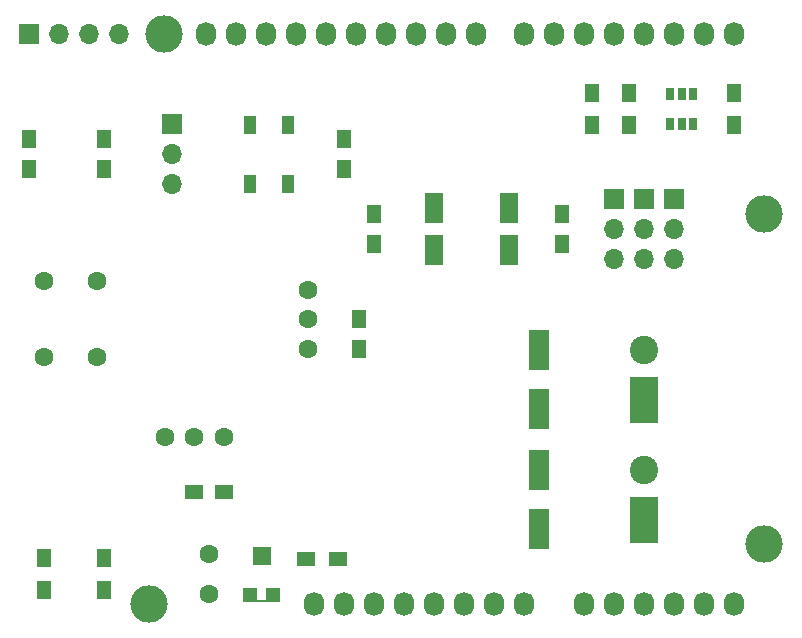
<source format=gts>
G04 #@! TF.FileFunction,Soldermask,Top*
%FSLAX46Y46*%
G04 Gerber Fmt 4.6, Leading zero omitted, Abs format (unit mm)*
G04 Created by KiCad (PCBNEW 4.0.7-e2-6376~58~ubuntu16.04.1) date Tue Sep  5 18:57:24 2017*
%MOMM*%
%LPD*%
G01*
G04 APERTURE LIST*
%ADD10C,0.100000*%
%ADD11R,1.600000X2.600000*%
%ADD12R,1.000000X1.600000*%
%ADD13R,1.300000X1.500000*%
%ADD14R,1.500000X1.300000*%
%ADD15R,0.700000X1.000000*%
%ADD16O,1.727200X2.032000*%
%ADD17R,1.700000X1.700000*%
%ADD18O,1.700000X1.700000*%
%ADD19R,1.800860X3.500120*%
%ADD20R,1.250000X1.500000*%
%ADD21R,1.500000X1.250000*%
%ADD22C,1.600000*%
%ADD23C,3.175000*%
%ADD24C,2.400000*%
%ADD25R,2.400000X2.400000*%
%ADD26R,1.200000X1.200000*%
%ADD27R,1.600000X1.600000*%
%ADD28R,1.200000X0.200000*%
G04 APERTURE END LIST*
D10*
D11*
X155448000Y-90275000D03*
X155448000Y-93875000D03*
D12*
X133528000Y-88225000D03*
X136728000Y-88225000D03*
X133528000Y-83225000D03*
X136728000Y-83225000D03*
D13*
X121158000Y-119935000D03*
X121158000Y-122635000D03*
X174498000Y-83265000D03*
X174498000Y-80565000D03*
X165608000Y-83265000D03*
X165608000Y-80565000D03*
X162433000Y-83265000D03*
X162433000Y-80565000D03*
X116078000Y-119935000D03*
X116078000Y-122635000D03*
D14*
X138223000Y-120015000D03*
X140923000Y-120015000D03*
D15*
X171003000Y-80615000D03*
X170053000Y-80615000D03*
X169103000Y-80615000D03*
X169103000Y-83215000D03*
X171003000Y-83215000D03*
X170053000Y-83215000D03*
D16*
X156718000Y-75565000D03*
X159258000Y-75565000D03*
X161798000Y-75565000D03*
X164338000Y-75565000D03*
X166878000Y-75565000D03*
X169418000Y-75565000D03*
X171958000Y-75565000D03*
X174498000Y-75565000D03*
X129794000Y-75565000D03*
X132334000Y-75565000D03*
X134874000Y-75565000D03*
X137414000Y-75565000D03*
X139954000Y-75565000D03*
X142494000Y-75565000D03*
X145034000Y-75565000D03*
X147574000Y-75565000D03*
X150114000Y-75565000D03*
X152654000Y-75565000D03*
X161798000Y-123825000D03*
X164338000Y-123825000D03*
X166878000Y-123825000D03*
X169418000Y-123825000D03*
X171958000Y-123825000D03*
X174498000Y-123825000D03*
X138938000Y-123825000D03*
X141478000Y-123825000D03*
X144018000Y-123825000D03*
X146558000Y-123825000D03*
X149098000Y-123825000D03*
X151638000Y-123825000D03*
X154178000Y-123825000D03*
X156718000Y-123825000D03*
D17*
X114808000Y-75565000D03*
D18*
X117348000Y-75565000D03*
X119888000Y-75565000D03*
X122428000Y-75565000D03*
D17*
X126873000Y-83185000D03*
D18*
X126873000Y-85725000D03*
X126873000Y-88265000D03*
D17*
X164338000Y-89535000D03*
D18*
X164338000Y-92075000D03*
X164338000Y-94615000D03*
D17*
X166878000Y-89535000D03*
D18*
X166878000Y-92075000D03*
X166878000Y-94615000D03*
D17*
X169418000Y-89535000D03*
D18*
X169418000Y-92075000D03*
X169418000Y-94615000D03*
D19*
X157988000Y-107274360D03*
X157988000Y-102275640D03*
X157988000Y-117434360D03*
X157988000Y-112435640D03*
D20*
X114808000Y-84475000D03*
X114808000Y-86975000D03*
X121158000Y-84475000D03*
X121158000Y-86975000D03*
X159893000Y-90825000D03*
X159893000Y-93325000D03*
X141478000Y-84475000D03*
X141478000Y-86975000D03*
X142748000Y-99715000D03*
X142748000Y-102215000D03*
D21*
X128798000Y-114300000D03*
X131298000Y-114300000D03*
D20*
X144018000Y-93325000D03*
X144018000Y-90825000D03*
D11*
X149098000Y-93875000D03*
X149098000Y-90275000D03*
D22*
X130048000Y-119583200D03*
X130048000Y-122986800D03*
D23*
X126238000Y-75565000D03*
X177038000Y-90805000D03*
X177038000Y-118745000D03*
X124968000Y-123825000D03*
D24*
X166878000Y-112435000D03*
D25*
X166878000Y-117435000D03*
X166878000Y-115935000D03*
D24*
X166878000Y-102275000D03*
D25*
X166878000Y-107275000D03*
X166878000Y-105775000D03*
D26*
X133493000Y-123085000D03*
X135493000Y-123085000D03*
D27*
X134493000Y-119785000D03*
D28*
X133893000Y-123585000D03*
X135093000Y-123585000D03*
D22*
X116028000Y-102945000D03*
X116028000Y-96445000D03*
X120528000Y-96445000D03*
X120528000Y-102945000D03*
X138428000Y-102195000D03*
X138428000Y-99695000D03*
X138428000Y-97195000D03*
X131278000Y-109695000D03*
X128778000Y-109695000D03*
X126278000Y-109695000D03*
M02*

</source>
